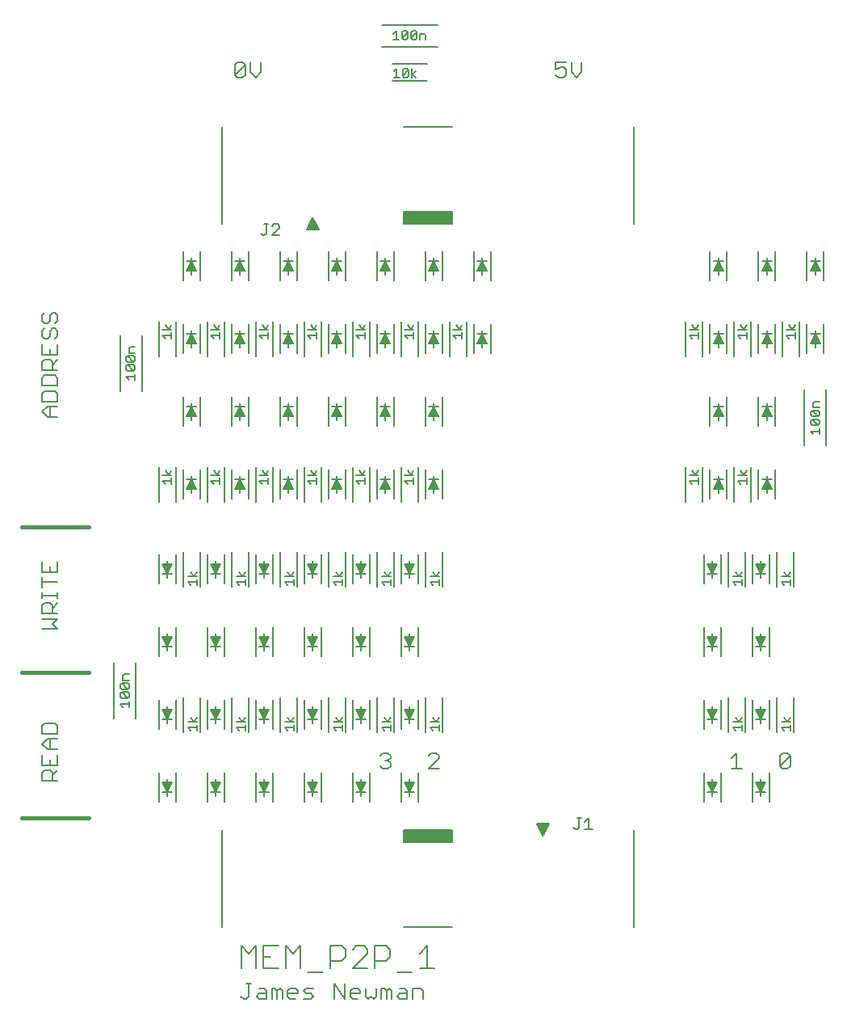
<source format=gto>
G04 Output by ViewMate Deluxe V11.0.9  PentaLogix LLC*
G04 Sun Jun 14 09:42:27 2015*
%FSLAX33Y33*%
%MOMM*%
%IPPOS*%
%ADD111C,0.2032*%
%ADD112C,0.1524*%
%ADD113C,0.4064*%
%ADD114C,0.127*%
%ADD123C,0.13*%
%ADD124C,0.13*%

%LPD*%
X0Y0D2*D111*G1X30201Y4801D2*X30201Y7140D1*X30980Y6360*X31760Y7140*X31760Y4801*X32540Y4801D2*X34100Y4801D1*X34879Y4801D2*X34879Y7140D1*X35659Y6360*X36436Y7140*X36436Y4801*X37216Y4412D2*X38776Y4412D1*X39555Y4801D2*X39555Y7140D1*X40726Y7140*X41115Y6749*X41115Y5969*X40726Y5580*X39555Y5580*X41895Y4801D2*X43454Y6360D1*X43454Y6749*X43063Y7140*X42283Y7140*X41895Y6749*X41895Y4801D2*X43454Y4801D1*X44234Y4801D2*X44234Y7140D1*X45402Y7140*X45794Y6749*X45794Y5969*X45402Y5580*X44234Y5580*X46573Y4412D2*X48130Y4412D1*X48910Y4801D2*X50470Y4801D1*X49690Y4801D2*X49690Y7140D1*X48910Y6360*X34100Y7140D2*X32540Y7140D1*X32540Y4801*X32540Y5969D2*X33320Y5969D1*D112*X31260Y3228D2*X30719Y3228D1*X30988Y3228D2*X30988Y1872D1*X30719Y1600*X30447Y1600*X30175Y1872*X31814Y1872D2*X32083Y2144D1*X32898Y2144*X32898Y2413D2*X32898Y1600D1*X32083Y1600*X31814Y1872*X32083Y2685D2*X32626Y2685D1*X32898Y2413*X33449Y2685D2*X33449Y1600D1*X33993Y1600D2*X33993Y2413D1*X34262Y2685*X34534Y2413*X34534Y1600*X35088Y1872D2*X35088Y2413D1*X35357Y2685*X35900Y2685*X36172Y2413*X36172Y2144*X35088Y2144*X35088Y1872D2*X35357Y1600D1*X35900Y1600*X36723Y1600D2*X37536Y1600D1*X37808Y1872*X37536Y2144*X36995Y2144*X36723Y2413*X36995Y2685*X37808Y2685*X39997Y1600D2*X39997Y3228D1*X41082Y1600*X41082Y3228*X41636Y1872D2*X41636Y2413D1*X41907Y2685*X42448Y2685*X42720Y2413*X42720Y2144*X41636Y2144*X41636Y1872D2*X41907Y1600D1*X42448Y1600*X43271Y2685D2*X43271Y1872D1*X43543Y1600*X43815Y1872*X44087Y1600*X44356Y1872*X44356Y2685*X44910Y2685D2*X45182Y2685D1*X45451Y2413*X45723Y2685*X45994Y2413*X45994Y1600*X45451Y1600D2*X45451Y2413D1*X44910Y2685D2*X44910Y1600D1*X46546Y1872D2*X46817Y2144D1*X47633Y2144*X47633Y2413D2*X47633Y1600D1*X46817Y1600*X46546Y1872*X46817Y2685D2*X47361Y2685D1*X47633Y2413*X48184Y1600D2*X48184Y2685D1*X48997Y2685*X49268Y2413*X49268Y1600*X33993Y2413D2*X33721Y2685D1*X33449Y2685*X33528Y22225D2*X33528Y25273D1*X33147Y24257D2*X32639Y23241D1*X33147Y23241*X32131Y23241D2*X32639Y23241D1*X32131Y24257*X32258Y24257*X33147Y24257*X32639Y24638D2*X32639Y23749D1*X32639Y23495*X32639Y23241*X32639Y22860*X31750Y22225D2*X31750Y25273D1*X28448Y25273D2*X28448Y22225D1*X28067Y23241D2*X27559Y23241D1*X27051Y23241*X27559Y23241D2*X27051Y24257D1*X27178Y24257*X28067Y24257*X27559Y23241*X27559Y23495*X27559Y23749*X27559Y24638*X26670Y25273D2*X26670Y22225D1*X27559Y22860D2*X27559Y23241D1*X23368Y22225D2*X23368Y25273D1*X22987Y24257D2*X22098Y24257D1*X21971Y24257*X22479Y23241*X22987Y23241*X21971Y23241D2*X22479Y23241D1*X22479Y23495*X22479Y23749*X22479Y24638*X22987Y24257D2*X22479Y23241D1*X22479Y22860*X21590Y22225D2*X21590Y25273D1*X24130Y29528D2*X24130Y33210D1*X23368Y32893D2*X23368Y29845D1*X22987Y30861D2*X22479Y30861D1*X21971Y30861*X22479Y30861D2*X21971Y31877D1*X22098Y31877*X22987Y31877*X22479Y30861*X22479Y31115*X22479Y31369*X22479Y32258*X21590Y32893D2*X21590Y29845D1*X22479Y30480D2*X22479Y30861D1*X25908Y29528D2*X25908Y33210D1*X26670Y32893D2*X26670Y29845D1*X27051Y30861D2*X27559Y30861D1*X28067Y30861*X27559Y30861D2*X27051Y31877D1*X27178Y31877*X28067Y31877*X27559Y30861*X27559Y31115*X27559Y31369*X27559Y32258*X28448Y32893D2*X28448Y29845D1*X29210Y29528D2*X29210Y33210D1*X30988Y33210D2*X30988Y29528D1*X31750Y29845D2*X31750Y32893D1*X32131Y31877D2*X32639Y30861D1*X33147Y30861*X32131Y30861D2*X32639Y30861D1*X32639Y31115*X32639Y31369*X32639Y32258*X32131Y31877D2*X32258Y31877D1*X33147Y31877*X32639Y30861*X32639Y30480*X33528Y29845D2*X33528Y32893D1*X34290Y33210D2*X34290Y29528D1*X36068Y29528D2*X36068Y33210D1*X36830Y32893D2*X36830Y29845D1*X37211Y30861D2*X37719Y30861D1*X38227Y30861*X37719Y30861D2*X37211Y31877D1*X37338Y31877*X38227Y31877*X37719Y30861*X37719Y31115*X37719Y31369*X37719Y32258*X38608Y32893D2*X38608Y29845D1*X39370Y29528D2*X39370Y33210D1*X41148Y33210D2*X41148Y29528D1*X41910Y29845D2*X41910Y32893D1*X42291Y31877D2*X42799Y30861D1*X43307Y30861*X42799Y30861D2*X42799Y31115D1*X42799Y31369*X42799Y32258*X42418Y31877D2*X43307Y31877D1*X42799Y30861*X42291Y30861*X42799Y30480D2*X42799Y30861D1*X43688Y29845D2*X43688Y32893D1*X44450Y33210D2*X44450Y29528D1*X46228Y29528D2*X46228Y33210D1*X46990Y32893D2*X46990Y29845D1*X47371Y30861D2*X47879Y30861D1*X48387Y30861*X47879Y30861D2*X47371Y31877D1*X47498Y31877*X48387Y31877*X47879Y30861*X47879Y31115*X47879Y31369*X47879Y32258*X48768Y32893D2*X48768Y29845D1*X49530Y29528D2*X49530Y33210D1*X51308Y33210D2*X51308Y29528D1*X50673Y27358D2*X50132Y27358D1*X49860Y27087*X50673Y27358D2*X50945Y27087D1*X50945Y26815*X49860Y25730*X50945Y25730*X48768Y25273D2*X48768Y22225D1*X48387Y23241D2*X47879Y23241D1*X47371Y23241*X47879Y23241D2*X47371Y24257D1*X47498Y24257*X48387Y24257*X47879Y23241*X47879Y23495*X47879Y23749*X47879Y24638*X46990Y25273D2*X46990Y22225D1*X47879Y22860D2*X47879Y23241D1*X45593Y25730D2*X45052Y25730D1*X44780Y26002*X45324Y26543D2*X45593Y26543D1*X45865Y26274*X45865Y26002*X45593Y25730*X45593Y26543D2*X45865Y26815D1*X45865Y27087*X45593Y27358*X45052Y27358*X44780Y27087*X43688Y25273D2*X43688Y22225D1*X43307Y23241D2*X42799Y23241D1*X42291Y23241*X42799Y23241D2*X42291Y24257D1*X42418Y24257*X43307Y24257*X42799Y23241*X42799Y23495*X42799Y23749*X42799Y24638*X41910Y25273D2*X41910Y22225D1*X42799Y22860D2*X42799Y23241D1*X38608Y22225D2*X38608Y25273D1*X38227Y24257D2*X37338Y24257D1*X37211Y24257*X37719Y23241*X38227Y23241*X37719Y23241D2*X37719Y23495D1*X37719Y23749*X37719Y24638*X38227Y24257D2*X37719Y23241D1*X37211Y23241*X37719Y22860D2*X37719Y23241D1*X36830Y22225D2*X36830Y25273D1*X37719Y30480D2*X37719Y30861D1*X42291Y31877D2*X42418Y31877D1*X47879Y30861D2*X47879Y30480D1*X46990Y37465D2*X46990Y40513D1*X47371Y39497D2*X47879Y38481D1*X48387Y38481*X47371Y38481D2*X47879Y38481D1*X47879Y38100*X47879Y38481D2*X47879Y38735D1*X47879Y38989*X47879Y39878*X47498Y39497D2*X48387Y39497D1*X47879Y38481*X47498Y39497D2*X47371Y39497D1*X48768Y40513D2*X48768Y37465D1*X43688Y37465D2*X43688Y40513D1*X43307Y39497D2*X42418Y39497D1*X42291Y39497*X42799Y38481*X43307Y38481*X42799Y38100D2*X42799Y38481D1*X42291Y38481*X42799Y38481D2*X42799Y38735D1*X42799Y38989*X42799Y39878*X43307Y39497D2*X42799Y38481D1*X41910Y37465D2*X41910Y40513D1*X38608Y40513D2*X38608Y37465D1*X38227Y38481D2*X37719Y38481D1*X37211Y38481*X37719Y38481D2*X37211Y39497D1*X37338Y39497*X38227Y39497*X37719Y38481*X37719Y38735*X37719Y38989*X37719Y39878*X36830Y40513D2*X36830Y37465D1*X37719Y38100D2*X37719Y38481D1*X33528Y37465D2*X33528Y40513D1*X33147Y39497D2*X32639Y38481D1*X33147Y38481*X32131Y38481D2*X32639Y38481D1*X32131Y39497*X32258Y39497*X33147Y39497*X32639Y39878D2*X32639Y38989D1*X32639Y38735*X32639Y38481*X32639Y38100*X31750Y37465D2*X31750Y40513D1*X28448Y40513D2*X28448Y37465D1*X28067Y38481D2*X27559Y38481D1*X27051Y38481*X27559Y38481D2*X27051Y39497D1*X27178Y39497*X28067Y39497*X27559Y38481*X27559Y38735*X27559Y38989*X27559Y39878*X26670Y40513D2*X26670Y37465D1*X27559Y38100D2*X27559Y38481D1*X23368Y37465D2*X23368Y40513D1*X22987Y39497D2*X22098Y39497D1*X21971Y39497*X22479Y38481*X22987Y38481*X21971Y38481D2*X22479Y38481D1*X22479Y38100*X22479Y38481D2*X22479Y38735D1*X22479Y38989*X22479Y39878*X22987Y39497D2*X22479Y38481D1*X21590Y37465D2*X21590Y40513D1*X19177Y36830D2*X19177Y30988D1*X16891Y30988D2*X16891Y36830D1*X10973Y40335D2*X10429Y40879D1*X10973Y41420*X9345Y41420*X9345Y41974D2*X9345Y42786D1*X9616Y43058*X10160Y43058*X10429Y42786*X10429Y41974*X10429Y42515D2*X10973Y43058D1*X10973Y43609D2*X10973Y44153D1*X10973Y43881D2*X9345Y43881D1*X9345Y43609D2*X9345Y44153D1*X9345Y44701D2*X9345Y45786D1*X9345Y45242D2*X10973Y45242D1*X10973Y46337D2*X10973Y47422D1*X10160Y46881D2*X10160Y46337D1*X10973Y46337D2*X9345Y46337D1*X9345Y47422*X9345Y41974D2*X10973Y41974D1*X10973Y40335D2*X9345Y40335D1*X9616Y30457D2*X9345Y30185D1*X9345Y29373*X10973Y29373*X10973Y30185*X10701Y30457*X9616Y30457*X9888Y28819D2*X10973Y28819D1*X10160Y28819D2*X10160Y27734D1*X9888Y27734D2*X9345Y28278D1*X9888Y28819*X9888Y27734D2*X10973Y27734D1*X10973Y27183D2*X10973Y26098D1*X9345Y26098*X9345Y27183*X10160Y26640D2*X10160Y26098D1*X10160Y25545D2*X9616Y25545D1*X9345Y25273*X9345Y24460*X10973Y24460*X10429Y24460D2*X10429Y25273D1*X10160Y25545*X10429Y25004D2*X10973Y25545D1*X27559Y30480D2*X27559Y30861D1*X25908Y44768D2*X25908Y48450D1*X26670Y48133D2*X26670Y45085D1*X27051Y46101D2*X27559Y46101D1*X28067Y46101*X27559Y46101D2*X27051Y47117D1*X27178Y47117*X28067Y47117*X27559Y46101*X27559Y46355*X27559Y46609*X27559Y47498*X28448Y48133D2*X28448Y45085D1*X29210Y44768D2*X29210Y48450D1*X30988Y48450D2*X30988Y44768D1*X31750Y45085D2*X31750Y48133D1*X32131Y47117D2*X32639Y46101D1*X33147Y46101*X32131Y46101D2*X32639Y46101D1*X32639Y45720*X32639Y46101D2*X32639Y46355D1*X32639Y46609*X32639Y47498*X32258Y47117D2*X33147Y47117D1*X32639Y46101*X32258Y47117D2*X32131Y47117D1*X33528Y48133D2*X33528Y45085D1*X34290Y44768D2*X34290Y48450D1*X36068Y48450D2*X36068Y44768D1*X36830Y45085D2*X36830Y48133D1*X37211Y47117D2*X37719Y46101D1*X38227Y46101*X37719Y45720D2*X37719Y46101D1*X37211Y46101*X37719Y46101D2*X37719Y46355D1*X37719Y46609*X37719Y47498*X37338Y47117D2*X38227Y47117D1*X37719Y46101*X37338Y47117D2*X37211Y47117D1*X38608Y48133D2*X38608Y45085D1*X39370Y44768D2*X39370Y48450D1*X41148Y48450D2*X41148Y44768D1*X41910Y45085D2*X41910Y48133D1*X42291Y47117D2*X42799Y46101D1*X43307Y46101*X42799Y45720D2*X42799Y46101D1*X42291Y46101*X42799Y46101D2*X42799Y46355D1*X42799Y46609*X42799Y47498*X42418Y47117D2*X43307Y47117D1*X42799Y46101*X42418Y47117D2*X42291Y47117D1*X43688Y48133D2*X43688Y45085D1*X44450Y44768D2*X44450Y48450D1*X46228Y48450D2*X46228Y44768D1*X46990Y45085D2*X46990Y48133D1*X47371Y47117D2*X47879Y46101D1*X48387Y46101*X47371Y46101D2*X47879Y46101D1*X47879Y45720*X47879Y46101D2*X47879Y46355D1*X47879Y46609*X47879Y47498*X47498Y47117D2*X48387Y47117D1*X47879Y46101*X47498Y47117D2*X47371Y47117D1*X48768Y48133D2*X48768Y45085D1*X49530Y44768D2*X49530Y48450D1*X51308Y48450D2*X51308Y44768D1*X51308Y53975D2*X51308Y57023D1*X50927Y56007D2*X50419Y56007D1*X49911Y56007*X50419Y56007D2*X50927Y54991D1*X50800Y54991*X49911Y54991*X50419Y56007*X50419Y55753*X50419Y55499*X50419Y54610*X49530Y53975D2*X49530Y57023D1*X48768Y57340D2*X48768Y53658D1*X46990Y53658D2*X46990Y57340D1*X46228Y57023D2*X46228Y53975D1*X45847Y54991D2*X45339Y56007D1*X44831Y56007*X45339Y56007D2*X44831Y54991D1*X45720Y54991*X45847Y54991*X45339Y54610D2*X45339Y55499D1*X45339Y55753*X45339Y56007*X45847Y56007*X45339Y56388D2*X45339Y56007D1*X44450Y57023D2*X44450Y53975D1*X43688Y53658D2*X43688Y57340D1*X41910Y57340D2*X41910Y53658D1*X41148Y53975D2*X41148Y57023D1*X40767Y56007D2*X40259Y56007D1*X39751Y56007*X40259Y56007D2*X39751Y54991D1*X40640Y54991*X40767Y54991*X40259Y56007*X40259Y55753*X40259Y55499*X40259Y54610*X39370Y53975D2*X39370Y57023D1*X38608Y57340D2*X38608Y53658D1*X36830Y53658D2*X36830Y57340D1*X36068Y57023D2*X36068Y53975D1*X35687Y54991D2*X35179Y56007D1*X34671Y56007*X35179Y56007D2*X34671Y54991D1*X35560Y54991*X35687Y54991*X35179Y54610D2*X35179Y55499D1*X35179Y55753*X35179Y56007*X35687Y56007*X35179Y56388D2*X35179Y56007D1*X34290Y57023D2*X34290Y53975D1*X33528Y53658D2*X33528Y57340D1*X31750Y57340D2*X31750Y53658D1*X30988Y53975D2*X30988Y57023D1*X30607Y56007D2*X30099Y56007D1*X29591Y56007*X30099Y56007D2*X30607Y54991D1*X30480Y54991*X29591Y54991*X30099Y56007*X30099Y55753*X30099Y55499*X30099Y54610*X29210Y53975D2*X29210Y57023D1*X28448Y57340D2*X28448Y53658D1*X26670Y53658D2*X26670Y57340D1*X25908Y57023D2*X25908Y53975D1*X25527Y54991D2*X25019Y56007D1*X24511Y56007*X25527Y56007D2*X25019Y56007D1*X24511Y54991*X25400Y54991*X25527Y54991*X25019Y54610D2*X25019Y55499D1*X25019Y55753*X25019Y56007*X25019Y56388*X24130Y57023D2*X24130Y53975D1*X23368Y53658D2*X23368Y57340D1*X21590Y57340D2*X21590Y53658D1*X21590Y48133D2*X21590Y45085D1*X21971Y46101D2*X22479Y46101D1*X22987Y46101*X22479Y46101D2*X21971Y47117D1*X22098Y47117*X22987Y47117*X22479Y46101*X22479Y46355*X22479Y46609*X22479Y47498*X23368Y48133D2*X23368Y45085D1*X24130Y44768D2*X24130Y48450D1*X22479Y46101D2*X22479Y45720D1*X27559Y45720D2*X27559Y46101D1*X30099Y56007D2*X30099Y56388D1*X29210Y61595D2*X29210Y64643D1*X29591Y63627D2*X30099Y63627D1*X30607Y63627*X30099Y63627D2*X29591Y62611D1*X30480Y62611*X30607Y62611*X30099Y63627*X30099Y63373*X30099Y63119*X30099Y62230*X30988Y61595D2*X30988Y64643D1*X30099Y64008D2*X30099Y63627D1*X25908Y64643D2*X25908Y61595D1*X25527Y62611D2*X25019Y63627D1*X24511Y63627*X25527Y63627D2*X25019Y63627D1*X24511Y62611*X25400Y62611*X25527Y62611*X25019Y62230D2*X25019Y63119D1*X25019Y63373*X25019Y63627*X25019Y64008*X24130Y64643D2*X24130Y61595D1*X19812Y65278D2*X19812Y71120D1*X21590Y72580D2*X21590Y68898D1*X23368Y68898D2*X23368Y72580D1*X24130Y72263D2*X24130Y69215D1*X24511Y70231D2*X25019Y71247D1*X24511Y71247*X25527Y71247D2*X25019Y71247D1*X25019Y71628*X25019Y71247D2*X25527Y70231D1*X25400Y70231*X24511Y70231*X25019Y69850D2*X25019Y70739D1*X25019Y70993*X25019Y71247*X25908Y72263D2*X25908Y69215D1*X26670Y68898D2*X26670Y72580D1*X28448Y72580D2*X28448Y68898D1*X29210Y69215D2*X29210Y72263D1*X29591Y71247D2*X30099Y71247D1*X30607Y71247*X30099Y71247D2*X29591Y70231D1*X30480Y70231*X30607Y70231*X30099Y71247*X30099Y70993*X30099Y70739*X30099Y69850*X30988Y69215D2*X30988Y72263D1*X31750Y72580D2*X31750Y68898D1*X33528Y68898D2*X33528Y72580D1*X34290Y72263D2*X34290Y69215D1*X34671Y70231D2*X35179Y71247D1*X34671Y71247*X35179Y71247D2*X35687Y70231D1*X35560Y70231*X34671Y70231*X35179Y69850D2*X35179Y70739D1*X35179Y70993*X35179Y71247*X35687Y71247*X35179Y71628D2*X35179Y71247D1*X36068Y72263D2*X36068Y69215D1*X36830Y68898D2*X36830Y72580D1*X38608Y72580D2*X38608Y68898D1*X39370Y69215D2*X39370Y72263D1*X39751Y71247D2*X40259Y71247D1*X40767Y71247*X40259Y71247D2*X40767Y70231D1*X40640Y70231*X39751Y70231*X40259Y71247*X40259Y70993*X40259Y70739*X40259Y69850*X41148Y69215D2*X41148Y72263D1*X41910Y72580D2*X41910Y68898D1*X43688Y68898D2*X43688Y72580D1*X44450Y72263D2*X44450Y69215D1*X44831Y70231D2*X45339Y71247D1*X44831Y71247*X45339Y71247D2*X45847Y70231D1*X45720Y70231*X44831Y70231*X45339Y69850D2*X45339Y70739D1*X45339Y70993*X45339Y71247*X45847Y71247*X45339Y71628D2*X45339Y71247D1*X46228Y72263D2*X46228Y69215D1*X46990Y68898D2*X46990Y72580D1*X48768Y72580D2*X48768Y68898D1*X49530Y69215D2*X49530Y72263D1*X49911Y71247D2*X50419Y71247D1*X50927Y71247*X50419Y71247D2*X49911Y70231D1*X50800Y70231*X50927Y70231*X50419Y71247*X50419Y70993*X50419Y70739*X50419Y69850*X51308Y69215D2*X51308Y72263D1*X52070Y72580D2*X52070Y68898D1*X53848Y68898D2*X53848Y72580D1*X54610Y72263D2*X54610Y69215D1*X54991Y70231D2*X55499Y71247D1*X54991Y71247*X56007Y71247D2*X55499Y71247D1*X55499Y71628*X55499Y71247D2*X56007Y70231D1*X55880Y70231*X54991Y70231*X55499Y69850D2*X55499Y70739D1*X55499Y70993*X55499Y71247*X56388Y72263D2*X56388Y69215D1*X51308Y64643D2*X51308Y61595D1*X50927Y62611D2*X50419Y63627D1*X49911Y63627*X50927Y63627D2*X50419Y63627D1*X49911Y62611*X50800Y62611*X50927Y62611*X50419Y62230D2*X50419Y63119D1*X50419Y63373*X50419Y63627*X50419Y64008*X49530Y64643D2*X49530Y61595D1*X46228Y61595D2*X46228Y64643D1*X45847Y63627D2*X45339Y63627D1*X44831Y63627*X45339Y63627D2*X44831Y62611D1*X45720Y62611*X45847Y62611*X45339Y63627*X45339Y63373*X45339Y63119*X45339Y62230*X44450Y61595D2*X44450Y64643D1*X45339Y64008D2*X45339Y63627D1*X41148Y64643D2*X41148Y61595D1*X40767Y62611D2*X40259Y63627D1*X39751Y63627*X40259Y63627D2*X39751Y62611D1*X40640Y62611*X40767Y62611*X40259Y62230D2*X40259Y63119D1*X40259Y63373*X40259Y63627*X40767Y63627*X40259Y64008D2*X40259Y63627D1*X39370Y64643D2*X39370Y61595D1*X36068Y61595D2*X36068Y64643D1*X35687Y63627D2*X35179Y63627D1*X34671Y63627*X35179Y63627D2*X34671Y62611D1*X35560Y62611*X35687Y62611*X35179Y63627*X35179Y63373*X35179Y63119*X35179Y62230*X34290Y61595D2*X34290Y64643D1*X35179Y64008D2*X35179Y63627D1*X40259Y56388D2*X40259Y56007D1*X50419Y56007D2*X50419Y56388D1*X50419Y71247D2*X50419Y71628D1*X49530Y76835D2*X49530Y79883D1*X49911Y78867D2*X50419Y78867D1*X50927Y78867*X50419Y78867D2*X50419Y78613D1*X50419Y78359*X50419Y77470*X50800Y77851D2*X49911Y77851D1*X50419Y78867*X50927Y77851*X50800Y77851*X50419Y78867D2*X50419Y79248D1*X51308Y79883D2*X51308Y76835D1*X54610Y76835D2*X54610Y79883D1*X54991Y78867D2*X55499Y78867D1*X56007Y78867*X55499Y78867D2*X55499Y78613D1*X55499Y78359*X55499Y77470*X55880Y77851D2*X54991Y77851D1*X55499Y78867*X56007Y77851*X55880Y77851*X55499Y78867D2*X55499Y79248D1*X56388Y79883D2*X56388Y76835D1*X46228Y76835D2*X46228Y79883D1*X45847Y78867D2*X45339Y78867D1*X44831Y78867*X45339Y78867D2*X44831Y77851D1*X45720Y77851*X45847Y77851*X45339Y78867*X45339Y78613*X45339Y78359*X45339Y77470*X44450Y76835D2*X44450Y79883D1*X45339Y79248D2*X45339Y78867D1*X41148Y79883D2*X41148Y76835D1*X40767Y77851D2*X40259Y78867D1*X39751Y78867*X40259Y78867D2*X39751Y77851D1*X40640Y77851*X40767Y77851*X40259Y77470D2*X40259Y78359D1*X40259Y78613*X40259Y78867*X40767Y78867*X40259Y79248D2*X40259Y78867D1*X39370Y79883D2*X39370Y76835D1*X36068Y76835D2*X36068Y79883D1*X35687Y78867D2*X35179Y78867D1*X34671Y78867*X35179Y78867D2*X34671Y77851D1*X35560Y77851*X35687Y77851*X35179Y78867*X35179Y78613*X35179Y78359*X35179Y77470*X34290Y76835D2*X34290Y79883D1*X35179Y79248D2*X35179Y78867D1*X30988Y79883D2*X30988Y76835D1*X30607Y77851D2*X30099Y78867D1*X29591Y78867*X30607Y78867D2*X30099Y78867D1*X30099Y78613*X30099Y78359*X30099Y77470*X30480Y77851D2*X29591Y77851D1*X30099Y78867*X30099Y79248*X29210Y79883D2*X29210Y76835D1*X30480Y77851D2*X30607Y77851D1*X25908Y76835D2*X25908Y79883D1*X25527Y78867D2*X25019Y78867D1*X24511Y78867*X25019Y78867D2*X25527Y77851D1*X25400Y77851*X24511Y77851*X25019Y78867*X25019Y78613*X25019Y78359*X25019Y77470*X24130Y76835D2*X24130Y79883D1*X25019Y79248D2*X25019Y78867D1*X30099Y71628D2*X30099Y71247D1*X40259Y71247D2*X40259Y71628D1*X17526Y71120D2*X17526Y65278D1*X10973Y65011D2*X10973Y64198D1*X9345Y64198*X9345Y65011*X9616Y65283*X10701Y65283*X10973Y65011*X10973Y65834D2*X10973Y66647D1*X10701Y66919*X9616Y66919*X9345Y66647*X9345Y65834*X10973Y65834*X10973Y67473D2*X9345Y67473D1*X9345Y68285*X9616Y68557*X10160Y68557*X10429Y68285*X10429Y67473*X10429Y68014D2*X10973Y68557D1*X10973Y69108D2*X10973Y70193D1*X10701Y70747D2*X10973Y71018D1*X10973Y71559*X10701Y71831*X10429Y71831*X10160Y71559*X10160Y71018*X9888Y70747*X9616Y70747*X9345Y71018*X9345Y71559*X9616Y71831*X9616Y72382D2*X9888Y72382D1*X10160Y72654*X10160Y73198*X10429Y73467*X10701Y73467*X10973Y73198*X10973Y72654*X10701Y72382*X9616Y72382D2*X9345Y72654D1*X9345Y73198*X9616Y73467*X9345Y70193D2*X9345Y69108D1*X10973Y69108*X10160Y69108D2*X10160Y69652D1*X10160Y63645D2*X10160Y62560D1*X9888Y62560D2*X9345Y63104D1*X9888Y63645*X10973Y63645*X10973Y62560D2*X9888Y62560D1*X29812Y98120D2*X29540Y98392D1*X30625Y99477*X30625Y98392*X30353Y98120*X29812Y98120*X29540Y98392D2*X29540Y99477D1*X29812Y99748*X30353Y99748*X30625Y99477*X31178Y99748D2*X31178Y98664D1*X31720Y98120*X32263Y98664*X32263Y99748*X44958Y101346D2*X50800Y101346D1*X49720Y99568D2*X46038Y99568D1*X46038Y97790D2*X49720Y97790D1*X50800Y103632D2*X44958Y103632D1*X63195Y99748D2*X63195Y98933D1*X63739Y99205*X64008Y99205*X64280Y98933*X64280Y98392*X64008Y98120*X63467Y98120*X63195Y98392*X63195Y99748D2*X64280Y99748D1*X64834Y99748D2*X64834Y98664D1*X65375Y98120*X65918Y98664*X65918Y99748*X79375Y79883D2*X79375Y76835D1*X79756Y77851D2*X80264Y78867D1*X79756Y78867*X80264Y78867D2*X80772Y77851D1*X80645Y77851*X79756Y77851*X80264Y77470D2*X80264Y78359D1*X80264Y78613*X80264Y78867*X80772Y78867*X80264Y79248D2*X80264Y78867D1*X81153Y79883D2*X81153Y76835D1*X84455Y76835D2*X84455Y79883D1*X84836Y78867D2*X85344Y78867D1*X85852Y78867*X85344Y78867D2*X85852Y77851D1*X85725Y77851*X84836Y77851*X85344Y78867*X85344Y78613*X85344Y78359*X85344Y77470*X86233Y76835D2*X86233Y79883D1*X85344Y79248D2*X85344Y78867D1*X89535Y79883D2*X89535Y76835D1*X89916Y77851D2*X90424Y78867D1*X89916Y78867*X90932Y78867D2*X90424Y78867D1*X90424Y78613*X90424Y78359*X90424Y77470*X89916Y77851D2*X90805Y77851D1*X90932Y77851*X90424Y78867*X90424Y79248*X91313Y79883D2*X91313Y76835D1*X88773Y72580D2*X88773Y68898D1*X89535Y69215D2*X89535Y72263D1*X89916Y71247D2*X90424Y71247D1*X90932Y71247*X90424Y71247D2*X89916Y70231D1*X90805Y70231*X90932Y70231*X90424Y71247*X90424Y70993*X90424Y70739*X90424Y69850*X91313Y69215D2*X91313Y72263D1*X90424Y71628D2*X90424Y71247D1*X86995Y72580D2*X86995Y68898D1*X86233Y69215D2*X86233Y72263D1*X85852Y71247D2*X85344Y71247D1*X84836Y71247*X85344Y71247D2*X84836Y70231D1*X85725Y70231*X85852Y70231*X85344Y71247*X85344Y70993*X85344Y70739*X85344Y69850*X84455Y69215D2*X84455Y72263D1*X83693Y72580D2*X83693Y68898D1*X81915Y68898D2*X81915Y72580D1*X81153Y72263D2*X81153Y69215D1*X80772Y70231D2*X80264Y71247D1*X79756Y71247*X80264Y71247D2*X79756Y70231D1*X80645Y70231*X80772Y70231*X80264Y69850D2*X80264Y70739D1*X80264Y70993*X80264Y71247*X80772Y71247*X80264Y71628D2*X80264Y71247D1*X79375Y72263D2*X79375Y69215D1*X78613Y68898D2*X78613Y72580D1*X76835Y72580D2*X76835Y68898D1*X79375Y64643D2*X79375Y61595D1*X79756Y62611D2*X80264Y63627D1*X79756Y63627*X80264Y63627D2*X80772Y62611D1*X80645Y62611*X79756Y62611*X80264Y62230D2*X80264Y63119D1*X80264Y63373*X80264Y63627*X80772Y63627*X80264Y64008D2*X80264Y63627D1*X81153Y64643D2*X81153Y61595D1*X84455Y61595D2*X84455Y64643D1*X84836Y63627D2*X85344Y63627D1*X85852Y63627*X85344Y63627D2*X85852Y62611D1*X85725Y62611*X84836Y62611*X85344Y63627*X85344Y63373*X85344Y63119*X85344Y62230*X86233Y61595D2*X86233Y64643D1*X85344Y64008D2*X85344Y63627D1*X89281Y65405D2*X89281Y59563D1*X91567Y59563D2*X91567Y65405D1*X85344Y71247D2*X85344Y71628D1*X83693Y57340D2*X83693Y53658D1*X84455Y53975D2*X84455Y57023D1*X84836Y56007D2*X85344Y56007D1*X85852Y56007*X85344Y56007D2*X85852Y54991D1*X85725Y54991*X84836Y54991*X85344Y56007*X85344Y55753*X85344Y55499*X85344Y54610*X86233Y53975D2*X86233Y57023D1*X85344Y56388D2*X85344Y56007D1*X81915Y57340D2*X81915Y53658D1*X81153Y53975D2*X81153Y57023D1*X80772Y56007D2*X80264Y56007D1*X79756Y56007*X80264Y56007D2*X79756Y54991D1*X80645Y54991*X80772Y54991*X80264Y56007*X80264Y55753*X80264Y55499*X80264Y54610*X79375Y53975D2*X79375Y57023D1*X78613Y57340D2*X78613Y53658D1*X76835Y53658D2*X76835Y57340D1*X80264Y56388D2*X80264Y56007D1*X81280Y48450D2*X81280Y44768D1*X80518Y45085D2*X80518Y48133D1*X80137Y47117D2*X79248Y47117D1*X79121Y47117*X79629Y46101*X80137Y46101*X79629Y45720D2*X79629Y46101D1*X79121Y46101*X79629Y46101D2*X79629Y46355D1*X79629Y46609*X79629Y47498*X80137Y47117D2*X79629Y46101D1*X78740Y45085D2*X78740Y48133D1*X83058Y48450D2*X83058Y44768D1*X83820Y45085D2*X83820Y48133D1*X84201Y47117D2*X84709Y46101D1*X85217Y46101*X84709Y45720D2*X84709Y46101D1*X84201Y46101*X84709Y46101D2*X84709Y46355D1*X84709Y46609*X84709Y47498*X84328Y47117D2*X85217Y47117D1*X84709Y46101*X84328Y47117D2*X84201Y47117D1*X85598Y48133D2*X85598Y45085D1*X86360Y44768D2*X86360Y48450D1*X88138Y48450D2*X88138Y44768D1*X85598Y40513D2*X85598Y37465D1*X85217Y38481D2*X84709Y38481D1*X84201Y38481*X84709Y38481D2*X84201Y39497D1*X84328Y39497*X85217Y39497*X84709Y38481*X84709Y38735*X84709Y38989*X84709Y39878*X83820Y40513D2*X83820Y37465D1*X84709Y38100D2*X84709Y38481D1*X80518Y37465D2*X80518Y40513D1*X80137Y39497D2*X79248Y39497D1*X79121Y39497*X79629Y38481*X80137Y38481*X79629Y38100D2*X79629Y38481D1*X79121Y38481*X79629Y38481D2*X79629Y38735D1*X79629Y38989*X79629Y39878*X80137Y39497D2*X79629Y38481D1*X78740Y37465D2*X78740Y40513D1*X81280Y33210D2*X81280Y29528D1*X80518Y29845D2*X80518Y32893D1*X80137Y31877D2*X79248Y31877D1*X79121Y31877*X79629Y30861*X80137Y30861*X79629Y30861D2*X79629Y31115D1*X79629Y31369*X79629Y32258*X80137Y31877D2*X79629Y30861D1*X79121Y30861*X79629Y30480D2*X79629Y30861D1*X78740Y29845D2*X78740Y32893D1*X83058Y33210D2*X83058Y29528D1*X83820Y29845D2*X83820Y32893D1*X84201Y31877D2*X84709Y30861D1*X85217Y30861*X84709Y30861D2*X84709Y31115D1*X84709Y31369*X84709Y32258*X84328Y31877D2*X85217Y31877D1*X84709Y30861*X84201Y30861*X84709Y30480D2*X84709Y30861D1*X85598Y29845D2*X85598Y32893D1*X86360Y33210D2*X86360Y29528D1*X88138Y29528D2*X88138Y33210D1*X84328Y31877D2*X84201Y31877D1*X81610Y26815D2*X82154Y27358D1*X82154Y25730*X82695Y25730D2*X81610Y25730D1*X80518Y25273D2*X80518Y22225D1*X80137Y23241D2*X79629Y23241D1*X79121Y23241*X79629Y23241D2*X79121Y24257D1*X79248Y24257*X80137Y24257*X79629Y23241*X79629Y23495*X79629Y23749*X79629Y24638*X78740Y25273D2*X78740Y22225D1*X79629Y22860D2*X79629Y23241D1*X83820Y22225D2*X83820Y25273D1*X84201Y24257D2*X84709Y23241D1*X85217Y23241*X84709Y23241D2*X84709Y23495D1*X84709Y23749*X84709Y24638*X84328Y24257D2*X85217Y24257D1*X84709Y23241*X84201Y23241*X84709Y22860D2*X84709Y23241D1*X85598Y22225D2*X85598Y25273D1*X86690Y26002D2*X87775Y27087D1*X87775Y26002*X87503Y25730*X86962Y25730*X86690Y26002*X86690Y27087*X86962Y27358*X87503Y27358*X87775Y27087*X84328Y24257D2*X84201Y24257D1*D113*X14224Y20574D2*X7239Y20574D1*X7239Y35814D2*X14224Y35814D1*X14224Y51054D2*X7239Y51054D1*D114*X22098Y47117D2*X22479Y46355D1*X22606Y46863*X22733Y46863*X22479Y46355*X22606Y46482D2*X22860Y46990D1*X22225Y46990*X22479Y46609*X22352Y46863D2*X22606Y46863D1*X22225Y46990D2*X22098Y46990D1*X27178Y46990D2*X27305Y46990D1*X27559Y46609*X27686Y46482D2*X27940Y46990D1*X27305Y46990*X27178Y47117D2*X27559Y46355D1*X27686Y46863*X27813Y46863*X27559Y46355*X27432Y46863D2*X27686Y46863D1*X32258Y46990D2*X32385Y46990D1*X32639Y46609*X32766Y46482D2*X33020Y46990D1*X32385Y46990*X32258Y47117D2*X32639Y46355D1*X32766Y46863*X32893Y46863*X32639Y46355*X32512Y46863D2*X32766Y46863D1*X37338Y46990D2*X37465Y46990D1*X37719Y46609*X37846Y46482D2*X38100Y46990D1*X37465Y46990*X37338Y47117D2*X37719Y46355D1*X37846Y46863*X37973Y46863*X37719Y46355*X37592Y46863D2*X37846Y46863D1*X42418Y46990D2*X42545Y46990D1*X42799Y46609*X42926Y46482D2*X43180Y46990D1*X42545Y46990*X42418Y47117D2*X42799Y46355D1*X42926Y46863*X43053Y46863*X42799Y46355*X42672Y46863D2*X42926Y46863D1*X47498Y46990D2*X47625Y46990D1*X47879Y46609*X48006Y46482D2*X48260Y46990D1*X47625Y46990*X47498Y47117D2*X47879Y46355D1*X48006Y46863*X48133Y46863*X47879Y46355*X47752Y46863D2*X48006Y46863D1*X47498Y39497D2*X47879Y38735D1*X48006Y39243*X48133Y39243*X47879Y38735*X48006Y38862D2*X48260Y39370D1*X47625Y39370*X47879Y38989*X47752Y39243D2*X48006Y39243D1*X47625Y39370D2*X47498Y39370D1*X43180Y39370D2*X42926Y38862D1*X42799Y38735D2*X42926Y39243D1*X43053Y39243*X42799Y38735*X42418Y39497*X42418Y39370D2*X42545Y39370D1*X42799Y38989*X42672Y39243D2*X42926Y39243D1*X43180Y39370D2*X42545Y39370D1*X38100Y39370D2*X37846Y38862D1*X37719Y38735D2*X37846Y39243D1*X37973Y39243*X37719Y38735*X37338Y39497*X37338Y39370D2*X37465Y39370D1*X37719Y38989*X37592Y39243D2*X37846Y39243D1*X38100Y39370D2*X37465Y39370D1*X33020Y39370D2*X32766Y38862D1*X32639Y38735D2*X32766Y39243D1*X32893Y39243*X32639Y38735*X32258Y39497*X32258Y39370D2*X32385Y39370D1*X32639Y38989*X32512Y39243D2*X32766Y39243D1*X33020Y39370D2*X32385Y39370D1*X27940Y39370D2*X27686Y38862D1*X27559Y38735D2*X27686Y39243D1*X27813Y39243*X27559Y38735*X27178Y39497*X27178Y39370D2*X27305Y39370D1*X27559Y38989*X27432Y39243D2*X27686Y39243D1*X27940Y39370D2*X27305Y39370D1*X22860Y39370D2*X22606Y38862D1*X22479Y38735D2*X22606Y39243D1*X22733Y39243*X22479Y38735*X22098Y39497*X22098Y39370D2*X22225Y39370D1*X22479Y38989*X22352Y39243D2*X22606Y39243D1*X22860Y39370D2*X22225Y39370D1*X22098Y31877D2*X22479Y31115D1*X22606Y31623*X22733Y31623*X22479Y31115*X22606Y31242D2*X22860Y31750D1*X22225Y31750*X22479Y31369*X22352Y31623D2*X22606Y31623D1*X22225Y31750D2*X22098Y31750D1*X27178Y31750D2*X27305Y31750D1*X27559Y31369*X27686Y31242D2*X27940Y31750D1*X27305Y31750*X27178Y31877D2*X27559Y31115D1*X27686Y31623*X27813Y31623*X27559Y31115*X27432Y31623D2*X27686Y31623D1*X32258Y31750D2*X32385Y31750D1*X32639Y31369*X32766Y31242D2*X33020Y31750D1*X32385Y31750*X32512Y31623D2*X32766Y31623D1*X32639Y31115*X32893Y31623*X32766Y31623*X32639Y31115D2*X32258Y31877D1*X37338Y31877D2*X37719Y31115D1*X37846Y31623*X37973Y31623*X37719Y31115*X37846Y31242D2*X38100Y31750D1*X37465Y31750*X37719Y31369*X37592Y31623D2*X37846Y31623D1*X37465Y31750D2*X37338Y31750D1*X42418Y31750D2*X42545Y31750D1*X42799Y31369*X42926Y31242D2*X43180Y31750D1*X42545Y31750*X42672Y31623D2*X42926Y31623D1*X42799Y31115*X43053Y31623*X42926Y31623*X42799Y31115D2*X42418Y31877D1*X47498Y31877D2*X47879Y31115D1*X48006Y31623*X48133Y31623*X47879Y31115*X48006Y31242D2*X48260Y31750D1*X47625Y31750*X47879Y31369*X47752Y31623D2*X48006Y31623D1*X47625Y31750D2*X47498Y31750D1*X47498Y24257D2*X47879Y23495D1*X48006Y24003*X48133Y24003*X47879Y23495*X48006Y23622D2*X48260Y24130D1*X47625Y24130*X47879Y23749*X47752Y24003D2*X48006Y24003D1*X47625Y24130D2*X47498Y24130D1*X43180Y24130D2*X42926Y23622D1*X42799Y23495D2*X42926Y24003D1*X43053Y24003*X42799Y23495*X42418Y24257*X42418Y24130D2*X42545Y24130D1*X42799Y23749*X42672Y24003D2*X42926Y24003D1*X43180Y24130D2*X42545Y24130D1*X38100Y24130D2*X37846Y23622D1*X37719Y23495D2*X37846Y24003D1*X37973Y24003*X37719Y23495*X37338Y24257*X37338Y24130D2*X37465Y24130D1*X37719Y23749*X37592Y24003D2*X37846Y24003D1*X38100Y24130D2*X37465Y24130D1*X33020Y24130D2*X32766Y23622D1*X32639Y23495D2*X32766Y24003D1*X32893Y24003*X32639Y23495*X32258Y24257*X32258Y24130D2*X32385Y24130D1*X32639Y23749*X32512Y24003D2*X32766Y24003D1*X33020Y24130D2*X32385Y24130D1*X27940Y24130D2*X27686Y23622D1*X27559Y23495D2*X27686Y24003D1*X27813Y24003*X27559Y23495*X27178Y24257*X27178Y24130D2*X27305Y24130D1*X27559Y23749*X27432Y24003D2*X27686Y24003D1*X27940Y24130D2*X27305Y24130D1*X22860Y24130D2*X22606Y23622D1*X22479Y23495D2*X22606Y24003D1*X22733Y24003*X22479Y23495*X22098Y24257*X22098Y24130D2*X22225Y24130D1*X22479Y23749*X22352Y24003D2*X22606Y24003D1*X22860Y24130D2*X22225Y24130D1*X28194Y19304D2*X28194Y16764D1*X28194Y11684*X28194Y9144*X47244Y9144D2*X52324Y9144D1*X52324Y18034D2*X47244Y18034D1*X47244Y19304*X52324Y19304*X52324Y18034*X52324Y18118D2*X47244Y18118D1*X47244Y18240D2*X52324Y18240D1*X52324Y18364D2*X47244Y18364D1*X47244Y18486D2*X52324Y18486D1*X52324Y18611D2*X47244Y18611D1*X47244Y18732D2*X52324Y18732D1*X52324Y18857D2*X47244Y18857D1*X47244Y18979D2*X52324Y18979D1*X52324Y19103D2*X47244Y19103D1*X47244Y19225D2*X52324Y19225D1*X61214Y19939D2*X61849Y18669D1*X62484Y19939*X61214Y19939*X61262Y19842D2*X62436Y19842D1*X62375Y19718D2*X61323Y19718D1*X61387Y19596D2*X62311Y19596D1*X62250Y19472D2*X61448Y19472D1*X61509Y19350D2*X62189Y19350D1*X62128Y19225D2*X61570Y19225D1*X61633Y19103D2*X62065Y19103D1*X62004Y18979D2*X61694Y18979D1*X61755Y18857D2*X61943Y18857D1*X61882Y18732D2*X61816Y18732D1*X71374Y19304D2*X71374Y16764D1*X71374Y11684*X71374Y9144*X79629Y23495D2*X79756Y24003D1*X79883Y24003*X79629Y23495*X79248Y24257*X79248Y24130D2*X79375Y24130D1*X79629Y23749*X79756Y23622D2*X80010Y24130D1*X79375Y24130*X79502Y24003D2*X79756Y24003D1*X84328Y24130D2*X84455Y24130D1*X84709Y23749*X84836Y23622D2*X85090Y24130D1*X84455Y24130*X84582Y24003D2*X84836Y24003D1*X84709Y23495*X84963Y24003*X84836Y24003*X84709Y23495D2*X84328Y24257D1*X84709Y31115D2*X84836Y31623D1*X84963Y31623*X84709Y31115*X84328Y31877*X84328Y31750D2*X84455Y31750D1*X84709Y31369*X84836Y31242D2*X85090Y31750D1*X84455Y31750*X84582Y31623D2*X84836Y31623D1*X80010Y31750D2*X79756Y31242D1*X79629Y31115D2*X79756Y31623D1*X79883Y31623*X79629Y31115*X79248Y31877*X79248Y31750D2*X79375Y31750D1*X79629Y31369*X79502Y31623D2*X79756Y31623D1*X80010Y31750D2*X79375Y31750D1*X79629Y38735D2*X79756Y39243D1*X79883Y39243*X79629Y38735*X79248Y39497*X79248Y39370D2*X79375Y39370D1*X79629Y38989*X79756Y38862D2*X80010Y39370D1*X79375Y39370*X79502Y39243D2*X79756Y39243D1*X84328Y39370D2*X84455Y39370D1*X84709Y38989*X84836Y38862D2*X85090Y39370D1*X84455Y39370*X84582Y39243D2*X84836Y39243D1*X84709Y38735*X84963Y39243*X84836Y39243*X84709Y38735D2*X84328Y39497D1*X84709Y46355D2*X84836Y46863D1*X84963Y46863*X84709Y46355*X84328Y47117*X84328Y46990D2*X84455Y46990D1*X84709Y46609*X84836Y46482D2*X85090Y46990D1*X84455Y46990*X84582Y46863D2*X84836Y46863D1*X80010Y46990D2*X79756Y46482D1*X79629Y46355D2*X79756Y46863D1*X79883Y46863*X79629Y46355*X79248Y47117*X79248Y46990D2*X79375Y46990D1*X79629Y46609*X79502Y46863D2*X79756Y46863D1*X80010Y46990D2*X79375Y46990D1*X80645Y54991D2*X80264Y55753D1*X80137Y55245*X80010Y55245*X80264Y55753*X80137Y55626D2*X79883Y55118D1*X80518Y55118*X80264Y55499*X80391Y55245D2*X80137Y55245D1*X80518Y55118D2*X80645Y55118D1*X84963Y55118D2*X85217Y55626D1*X85344Y55753D2*X85217Y55245D1*X85090Y55245*X85344Y55753*X85725Y54991*X85725Y55118D2*X85598Y55118D1*X85344Y55499*X85471Y55245D2*X85217Y55245D1*X84963Y55118D2*X85598Y55118D1*X85725Y62611D2*X85344Y63373D1*X85217Y62865*X85090Y62865*X85344Y63373*X85217Y63246D2*X84963Y62738D1*X85598Y62738*X85344Y63119*X85471Y62865D2*X85217Y62865D1*X85598Y62738D2*X85725Y62738D1*X80645Y62738D2*X80518Y62738D1*X80264Y63119*X80137Y63246D2*X79883Y62738D1*X80518Y62738*X80391Y62865D2*X80137Y62865D1*X80264Y63373*X80010Y62865*X80137Y62865*X80264Y63373D2*X80645Y62611D1*X80645Y70231D2*X80264Y70993D1*X80137Y70485*X80010Y70485*X80264Y70993*X80137Y70866D2*X79883Y70358D1*X80518Y70358*X80264Y70739*X80391Y70485D2*X80137Y70485D1*X80518Y70358D2*X80645Y70358D1*X84963Y70358D2*X85217Y70866D1*X85344Y70993D2*X85217Y70485D1*X85090Y70485*X85344Y70993*X85725Y70231*X85725Y70358D2*X85598Y70358D1*X85344Y70739*X85471Y70485D2*X85217Y70485D1*X84963Y70358D2*X85598Y70358D1*X90043Y70358D2*X90297Y70866D1*X90424Y70993D2*X90297Y70485D1*X90170Y70485*X90424Y70993*X90805Y70231*X90805Y70358D2*X90678Y70358D1*X90424Y70739*X90551Y70485D2*X90297Y70485D1*X90043Y70358D2*X90678Y70358D1*X90805Y77851D2*X90424Y78613D1*X90297Y78105*X90170Y78105*X90424Y78613*X90297Y78486D2*X90043Y77978D1*X90678Y77978*X90424Y78359*X90551Y78105D2*X90297Y78105D1*X90678Y77978D2*X90805Y77978D1*X85725Y77978D2*X85598Y77978D1*X85344Y78359*X85217Y78486D2*X84963Y77978D1*X85598Y77978*X85471Y78105D2*X85217Y78105D1*X85344Y78613*X85090Y78105*X85217Y78105*X85344Y78613D2*X85725Y77851D1*X80645Y77851D2*X80264Y78613D1*X80137Y78105*X80010Y78105*X80264Y78613*X80137Y78486D2*X79883Y77978D1*X80518Y77978*X80264Y78359*X80391Y78105D2*X80137Y78105D1*X80518Y77978D2*X80645Y77978D1*X71374Y82804D2*X71374Y85344D1*X71374Y90424*X71374Y92964*X55499Y78613D2*X55880Y77851D1*X55880Y77978D2*X55753Y77978D1*X55499Y78359*X55372Y78486D2*X55118Y77978D1*X55753Y77978*X55626Y78105D2*X55372Y78105D1*X55499Y78613*X55245Y78105*X55372Y78105*X50800Y77978D2*X50673Y77978D1*X50419Y78359*X50292Y78486D2*X50038Y77978D1*X50673Y77978*X50546Y78105D2*X50292Y78105D1*X50419Y78613*X50165Y78105*X50292Y78105*X50419Y78613D2*X50800Y77851D1*X52324Y82804D2*X47244Y82804D1*X47244Y84074*X52324Y84074*X52324Y82804*X52324Y82916D2*X47244Y82916D1*X47244Y83038D2*X52324Y83038D1*X52324Y83162D2*X47244Y83162D1*X47244Y83284D2*X52324Y83284D1*X52324Y83409D2*X47244Y83409D1*X47244Y83530D2*X52324Y83530D1*X52324Y83655D2*X47244Y83655D1*X47244Y83777D2*X52324Y83777D1*X52324Y83901D2*X47244Y83901D1*X47244Y84023D2*X52324Y84023D1*X45339Y78613D2*X45212Y78105D1*X45085Y78105*X45339Y78613*X45720Y77851*X45720Y77978D2*X45593Y77978D1*X45339Y78359*X45212Y78486D2*X44958Y77978D1*X45593Y77978*X45466Y78105D2*X45212Y78105D1*X40640Y77978D2*X40513Y77978D1*X40259Y78359*X40132Y78486D2*X39878Y77978D1*X40513Y77978*X40386Y78105D2*X40132Y78105D1*X40259Y78613*X40005Y78105*X40132Y78105*X40259Y78613D2*X40640Y77851D1*X38354Y82169D2*X37084Y82169D1*X37719Y83439*X38354Y82169*X38351Y82177D2*X37087Y82177D1*X37150Y82299D2*X38288Y82299D1*X38227Y82423D2*X37211Y82423D1*X37272Y82545D2*X38166Y82545D1*X38105Y82669D2*X37333Y82669D1*X37396Y82791D2*X38042Y82791D1*X37981Y82916D2*X37457Y82916D1*X37518Y83038D2*X37920Y83038D1*X37859Y83162D2*X37579Y83162D1*X37643Y83284D2*X37795Y83284D1*X37734Y83409D2*X37704Y83409D1*X35179Y78613D2*X35052Y78105D1*X34925Y78105*X35179Y78613*X35560Y77851*X35560Y77978D2*X35433Y77978D1*X35179Y78359*X35052Y78486D2*X34798Y77978D1*X35433Y77978*X35306Y78105D2*X35052Y78105D1*X30480Y77978D2*X30353Y77978D1*X30099Y78359*X29972Y78486D2*X29718Y77978D1*X30353Y77978*X30480Y77851D2*X30099Y78613D1*X29972Y78105*X29845Y78105*X30099Y78613*X30226Y78105D2*X29972Y78105D1*X25400Y77978D2*X25273Y77978D1*X25019Y78359*X24892Y78486D2*X24638Y77978D1*X25273Y77978*X25146Y78105D2*X24892Y78105D1*X25019Y78613*X24765Y78105*X24892Y78105*X25019Y78613D2*X25400Y77851D1*X28194Y82804D2*X28194Y85344D1*X28194Y90424*X28194Y92964*X47244Y92964D2*X52324Y92964D1*X50419Y70993D2*X50292Y70485D1*X50165Y70485*X50419Y70993*X50800Y70231*X50800Y70358D2*X50673Y70358D1*X50419Y70739*X50292Y70866D2*X50038Y70358D1*X50673Y70358*X50546Y70485D2*X50292Y70485D1*X45720Y70358D2*X45593Y70358D1*X45339Y70739*X45212Y70866D2*X44958Y70358D1*X45593Y70358*X45466Y70485D2*X45212Y70485D1*X45339Y70993*X45085Y70485*X45212Y70485*X45339Y70993D2*X45720Y70231D1*X40640Y70231D2*X40259Y70993D1*X40132Y70485*X40005Y70485*X40259Y70993*X40132Y70866D2*X39878Y70358D1*X40513Y70358*X40259Y70739*X40386Y70485D2*X40132Y70485D1*X40513Y70358D2*X40640Y70358D1*X35560Y70358D2*X35433Y70358D1*X35179Y70739*X35052Y70866D2*X34798Y70358D1*X35433Y70358*X35306Y70485D2*X35052Y70485D1*X35179Y70993*X34925Y70485*X35052Y70485*X35179Y70993D2*X35560Y70231D1*X30480Y70231D2*X30099Y70993D1*X29972Y70485*X29845Y70485*X30099Y70993*X29972Y70866D2*X29718Y70358D1*X30353Y70358*X30099Y70739*X30226Y70485D2*X29972Y70485D1*X30353Y70358D2*X30480Y70358D1*X25400Y70358D2*X25273Y70358D1*X25019Y70739*X24892Y70866D2*X24638Y70358D1*X25273Y70358*X25146Y70485D2*X24892Y70485D1*X25019Y70993*X24765Y70485*X24892Y70485*X25019Y70993D2*X25400Y70231D1*X25019Y63373D2*X24892Y62865D1*X24765Y62865*X25019Y63373*X25400Y62611*X25400Y62738D2*X25273Y62738D1*X25019Y63119*X24892Y63246D2*X24638Y62738D1*X25273Y62738*X25146Y62865D2*X24892Y62865D1*X29718Y62738D2*X29972Y63246D1*X30099Y63373D2*X29972Y62865D1*X29845Y62865*X30099Y63373*X30480Y62611*X30480Y62738D2*X30353Y62738D1*X30099Y63119*X30226Y62865D2*X29972Y62865D1*X29718Y62738D2*X30353Y62738D1*X34798Y62738D2*X35052Y63246D1*X35179Y63373D2*X35052Y62865D1*X34925Y62865*X35179Y63373*X35560Y62611*X35560Y62738D2*X35433Y62738D1*X35179Y63119*X35306Y62865D2*X35052Y62865D1*X34798Y62738D2*X35433Y62738D1*X39878Y62738D2*X40132Y63246D1*X40259Y63373D2*X40132Y62865D1*X40005Y62865*X40259Y63373*X40640Y62611*X40640Y62738D2*X40513Y62738D1*X40259Y63119*X40386Y62865D2*X40132Y62865D1*X39878Y62738D2*X40513Y62738D1*X44958Y62738D2*X45212Y63246D1*X45339Y63373D2*X45212Y62865D1*X45085Y62865*X45339Y63373*X45720Y62611*X45720Y62738D2*X45593Y62738D1*X45339Y63119*X45466Y62865D2*X45212Y62865D1*X44958Y62738D2*X45593Y62738D1*X50038Y62738D2*X50292Y63246D1*X50419Y63373D2*X50292Y62865D1*X50165Y62865*X50419Y63373*X50800Y62611*X50800Y62738D2*X50673Y62738D1*X50419Y63119*X50546Y62865D2*X50292Y62865D1*X50038Y62738D2*X50673Y62738D1*X50419Y55753D2*X50292Y55245D1*X50165Y55245*X50419Y55753*X50800Y54991*X50800Y55118D2*X50673Y55118D1*X50419Y55499*X50292Y55626D2*X50038Y55118D1*X50673Y55118*X50546Y55245D2*X50292Y55245D1*X45720Y55118D2*X45593Y55118D1*X45339Y55499*X45212Y55626D2*X44958Y55118D1*X45593Y55118*X45466Y55245D2*X45212Y55245D1*X45339Y55753*X45085Y55245*X45212Y55245*X45339Y55753D2*X45720Y54991D1*X40640Y54991D2*X40259Y55753D1*X40132Y55245*X40005Y55245*X40259Y55753*X40132Y55626D2*X39878Y55118D1*X40513Y55118*X40259Y55499*X40386Y55245D2*X40132Y55245D1*X40513Y55118D2*X40640Y55118D1*X35560Y55118D2*X35433Y55118D1*X35179Y55499*X35052Y55626D2*X34798Y55118D1*X35433Y55118*X35306Y55245D2*X35052Y55245D1*X35179Y55753*X34925Y55245*X35052Y55245*X35179Y55753D2*X35560Y54991D1*X30480Y54991D2*X30099Y55753D1*X29972Y55245*X29845Y55245*X30099Y55753*X29972Y55626D2*X29718Y55118D1*X30353Y55118*X30099Y55499*X30226Y55245D2*X29972Y55245D1*X30353Y55118D2*X30480Y55118D1*X25400Y55118D2*X25273Y55118D1*X25019Y55499*X24892Y55626D2*X24638Y55118D1*X25273Y55118*X25146Y55245D2*X24892Y55245D1*X25019Y55753*X24765Y55245*X24892Y55245*X25019Y55753D2*X25400Y54991D1*X55118Y70358D2*X55372Y70866D1*X55499Y70993D2*X55372Y70485D1*X55245Y70485*X55499Y70993*X55880Y70231*X55880Y70358D2*X55753Y70358D1*X55499Y70739*X55626Y70485D2*X55372Y70485D1*X55118Y70358D2*X55753Y70358D1*D123*X34206Y81585D2*X33426Y81585D1*X34206Y82365*X34206Y82560*X34011Y82753*X33619Y82753*X33426Y82560*X33035Y82753D2*X32647Y82753D1*X32840Y82753D2*X32840Y81780D1*X32647Y81585*X32451Y81585*X32255Y81780*X19063Y69888D2*X18606Y69888D1*X18453Y69736*X18453Y69278*X19063Y69278*X18910Y68953D2*X18301Y68953D1*X18910Y68344*X19063Y68496*X19063Y68801*X18910Y68953*X18301Y68953D2*X18148Y68801D1*X18148Y68496*X18301Y68344*X18910Y68344*X18910Y68019D2*X18301Y68019D1*X18910Y67407*X19063Y67559*X19063Y67864*X18910Y68019*X18301Y68019D2*X18148Y67864D1*X18148Y67559*X18301Y67407*X18910Y67407*X19063Y67081D2*X19063Y66472D1*X19063Y66777D2*X18148Y66777D1*X18453Y66472*X18428Y35598D2*X17970Y35598D1*X17818Y35446*X17818Y34988*X18428Y34988*X18275Y34663D2*X18428Y34511D1*X18428Y34206*X18275Y34054*X17666Y34663*X18275Y34663*X17666Y34663D2*X17513Y34511D1*X17513Y34206*X17666Y34054*X18275Y34054*X18275Y33729D2*X18428Y33574D1*X18428Y33269*X18275Y33117*X17666Y33729*X18275Y33729*X17666Y33729D2*X17513Y33574D1*X17513Y33269*X17666Y33117*X18275Y33117*X18428Y32791D2*X18428Y32182D1*X18428Y32487D2*X17513Y32487D1*X17818Y32182*X65075Y19550D2*X65270Y19355D1*X65463Y19355*X65659Y19550*X65659Y20523*X65463Y20523D2*X65855Y20523D1*X66243Y20135D2*X66634Y20523D1*X66634Y19355*X67023Y19355D2*X66243Y19355D1*X90208Y60757D2*X89903Y61062D1*X90818Y61062*X90818Y60757D2*X90818Y61366D1*X90665Y61692D2*X90056Y62304D1*X90665Y62304*X90818Y62149*X90818Y61844*X90665Y61692*X90056Y61692*X89903Y61844*X89903Y62149*X90056Y62304*X90056Y62629D2*X89903Y62781D1*X89903Y63086*X90056Y63238*X90665Y62629*X90818Y62781*X90818Y63086*X90665Y63238*X90056Y63238*X90208Y63564D2*X90208Y64021D1*X90360Y64173*X90818Y64173*X90818Y63564D2*X90208Y63564D1*X90056Y62629D2*X90665Y62629D1*X49568Y102095D2*X49568Y102552D1*X49416Y102705*X48958Y102705*X48958Y102095*X48633Y102248D2*X48633Y102857D1*X48024Y102248*X48176Y102095*X48481Y102095*X48633Y102248*X48633Y102857D2*X48481Y103010D1*X48176Y103010*X48024Y102857*X48024Y102248*X47699Y102248D2*X47699Y102857D1*X47087Y102248*X47239Y102095*X47544Y102095*X47699Y102248*X47699Y102857D2*X47544Y103010D1*X47239Y103010*X47087Y102857*X47087Y102248*X46761Y102095D2*X46152Y102095D1*X46457Y102095D2*X46457Y103010D1*X46152Y102705*D124*X46515Y99085D2*X46515Y98146D1*X46203Y98146D2*X46830Y98146D1*X47137Y98303D2*X47765Y98930D1*X47765Y98303*X47607Y98146*X47295Y98146*X47137Y98303*X47137Y98930*X47295Y99085*X47607Y99085*X47765Y98930*X48075Y99085D2*X48075Y98146D1*X48544Y98773D2*X48075Y98458D1*X48544Y98146*X46515Y99085D2*X46203Y98773D1*X47658Y72182D2*X47973Y71712D1*X48285Y72182*X48285Y71712D2*X47346Y71712D1*X47346Y71090D2*X48285Y71090D1*X48285Y70777D2*X48285Y71404D1*X47658Y70777D2*X47346Y71090D1*X43205Y71090D2*X42266Y71090D1*X42578Y70777*X43205Y70777D2*X43205Y71404D1*X43205Y71712D2*X42266Y71712D1*X42578Y72182D2*X42893Y71712D1*X43205Y72182*X38125Y72182D2*X37813Y71712D1*X37498Y72182*X37186Y71712D2*X38125Y71712D1*X38125Y71404D2*X38125Y70777D1*X38125Y71090D2*X37186Y71090D1*X37498Y70777*X33045Y70777D2*X33045Y71404D1*X33045Y71712D2*X32106Y71712D1*X32418Y72182D2*X32733Y71712D1*X33045Y72182*X33045Y71090D2*X32106Y71090D1*X32418Y70777*X27965Y70777D2*X27965Y71404D1*X27965Y71712D2*X27026Y71712D1*X27338Y72182D2*X27653Y71712D1*X27965Y72182*X27965Y71090D2*X27026Y71090D1*X27338Y70777*X22885Y70777D2*X22885Y71404D1*X22885Y71712D2*X21946Y71712D1*X22258Y72182D2*X22573Y71712D1*X22885Y72182*X22885Y71090D2*X21946Y71090D1*X22258Y70777*X22258Y56942D2*X22573Y56472D1*X22885Y56942*X22885Y56472D2*X21946Y56472D1*X21946Y55850D2*X22885Y55850D1*X22885Y55537D2*X22885Y56164D1*X22258Y55537D2*X21946Y55850D1*X27026Y55850D2*X27965Y55850D1*X27965Y55537D2*X27965Y56164D1*X27965Y56472D2*X27026Y56472D1*X27338Y56942D2*X27653Y56472D1*X27965Y56942*X27026Y55850D2*X27338Y55537D1*X32106Y55850D2*X33045Y55850D1*X33045Y55537D2*X33045Y56164D1*X33045Y56472D2*X32106Y56472D1*X32418Y56942D2*X32733Y56472D1*X33045Y56942*X32106Y55850D2*X32418Y55537D1*X37186Y55850D2*X38125Y55850D1*X38125Y55537D2*X38125Y56164D1*X38125Y56472D2*X37186Y56472D1*X37498Y56942D2*X37813Y56472D1*X38125Y56942*X37186Y55850D2*X37498Y55537D1*X42266Y55850D2*X43205Y55850D1*X43205Y55537D2*X43205Y56164D1*X43205Y56472D2*X42266Y56472D1*X42578Y56942D2*X42893Y56472D1*X43205Y56942*X42266Y55850D2*X42578Y55537D1*X47346Y55850D2*X48285Y55850D1*X48285Y55537D2*X48285Y56164D1*X48285Y56472D2*X47346Y56472D1*X47658Y56942D2*X47973Y56472D1*X48285Y56942*X47346Y55850D2*X47658Y55537D1*X45872Y46337D2*X45560Y45867D1*X45245Y46337*X44933Y45867D2*X45872Y45867D1*X45872Y45560D2*X45872Y44933D1*X45872Y45245D2*X44933Y45245D1*X45245Y44933*X40792Y44933D2*X40792Y45560D1*X40792Y45867D2*X39853Y45867D1*X40165Y46337D2*X40480Y45867D1*X40792Y46337*X40792Y45245D2*X39853Y45245D1*X40165Y44933*X35712Y44933D2*X35712Y45560D1*X35712Y45867D2*X34773Y45867D1*X35085Y46337D2*X35400Y45867D1*X35712Y46337*X35712Y45245D2*X34773Y45245D1*X35085Y44933*X30632Y44933D2*X30632Y45560D1*X30632Y45867D2*X29693Y45867D1*X30005Y46337D2*X30320Y45867D1*X30632Y46337*X30632Y45245D2*X29693Y45245D1*X30005Y44933*X25552Y44933D2*X25552Y45560D1*X25552Y45867D2*X24613Y45867D1*X24925Y46337D2*X25240Y45867D1*X25552Y46337*X25552Y45245D2*X24613Y45245D1*X24925Y44933*X24925Y31097D2*X25240Y30627D1*X25552Y31097*X25552Y30627D2*X24613Y30627D1*X24613Y30005D2*X25552Y30005D1*X25552Y29693D2*X25552Y30320D1*X24925Y29693D2*X24613Y30005D1*X30005Y29693D2*X29693Y30005D1*X30632Y30005*X30632Y29693D2*X30632Y30320D1*X30632Y30627D2*X29693Y30627D1*X30005Y31097D2*X30320Y30627D1*X30632Y31097*X34773Y30627D2*X35712Y30627D1*X35712Y30320D2*X35712Y29693D1*X35712Y30005D2*X34773Y30005D1*X35085Y29693*X35085Y31097D2*X35400Y30627D1*X35712Y31097*X39853Y30627D2*X40792Y30627D1*X40792Y30320D2*X40792Y29693D1*X40792Y30005D2*X39853Y30005D1*X40165Y29693*X40165Y31097D2*X40480Y30627D1*X40792Y31097*X44933Y30627D2*X45872Y30627D1*X45872Y30320D2*X45872Y29693D1*X45872Y30005D2*X44933Y30005D1*X45245Y29693*X45245Y31097D2*X45560Y30627D1*X45872Y31097*X50013Y30627D2*X50952Y30627D1*X50952Y30320D2*X50952Y29693D1*X50952Y30005D2*X50013Y30005D1*X50325Y29693*X50325Y31097D2*X50640Y30627D1*X50952Y31097*X50952Y44933D2*X50952Y45560D1*X50952Y45867D2*X50013Y45867D1*X50325Y46337D2*X50640Y45867D1*X50952Y46337*X50952Y45245D2*X50013Y45245D1*X50325Y44933*X52738Y70777D2*X52426Y71090D1*X53365Y71090*X53365Y70777D2*X53365Y71404D1*X53365Y71712D2*X52426Y71712D1*X52738Y72182D2*X53053Y71712D1*X53365Y72182*X77191Y71712D2*X78130Y71712D1*X78130Y71404D2*X78130Y70777D1*X78130Y71090D2*X77191Y71090D1*X77503Y70777*X77503Y72182D2*X77818Y71712D1*X78130Y72182*X82271Y71712D2*X83210Y71712D1*X83210Y71404D2*X83210Y70777D1*X83210Y71090D2*X82271Y71090D1*X82583Y70777*X82583Y72182D2*X82898Y71712D1*X83210Y72182*X87351Y71712D2*X88290Y71712D1*X88290Y71404D2*X88290Y70777D1*X88290Y71090D2*X87351Y71090D1*X87663Y70777*X87663Y72182D2*X87978Y71712D1*X88290Y72182*X83210Y56942D2*X82898Y56472D1*X82583Y56942*X82271Y56472D2*X83210Y56472D1*X83210Y56164D2*X83210Y55537D1*X83210Y55850D2*X82271Y55850D1*X82583Y55537*X78130Y55537D2*X78130Y56164D1*X78130Y56472D2*X77191Y56472D1*X77503Y56942D2*X77818Y56472D1*X78130Y56942*X78130Y55850D2*X77191Y55850D1*X77503Y55537*X82075Y46337D2*X82390Y45867D1*X82702Y46337*X82702Y45867D2*X81763Y45867D1*X81763Y45245D2*X82702Y45245D1*X82702Y44933D2*X82702Y45560D1*X82075Y44933D2*X81763Y45245D1*X86843Y45245D2*X87782Y45245D1*X87782Y44933D2*X87782Y45560D1*X87782Y45867D2*X86843Y45867D1*X87155Y46337D2*X87470Y45867D1*X87782Y46337*X86843Y45245D2*X87155Y44933D1*X87155Y31097D2*X87470Y30627D1*X87782Y31097*X87782Y30627D2*X86843Y30627D1*X86843Y30005D2*X87782Y30005D1*X87782Y29693D2*X87782Y30320D1*X87155Y29693D2*X86843Y30005D1*X82702Y30005D2*X81763Y30005D1*X82075Y29693*X82702Y29693D2*X82702Y30320D1*X82702Y30627D2*X81763Y30627D1*X82075Y31097D2*X82390Y30627D1*X82702Y31097*X0Y0D2*M02*
</source>
